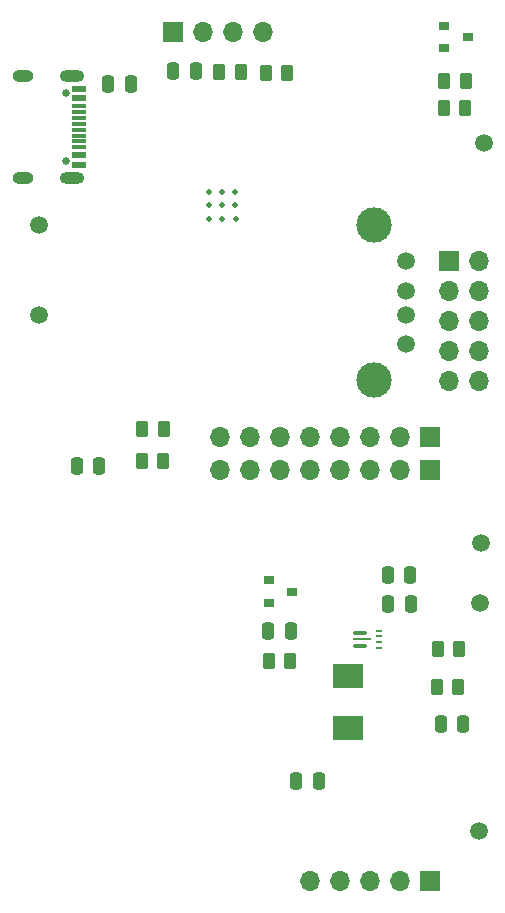
<source format=gbr>
%TF.GenerationSoftware,KiCad,Pcbnew,7.0.10*%
%TF.CreationDate,2025-01-07T15:59:30-07:00*%
%TF.ProjectId,HATA_ver_8.3.1,48415441-5f76-4657-925f-382e332e312e,8.3.1*%
%TF.SameCoordinates,Original*%
%TF.FileFunction,Soldermask,Top*%
%TF.FilePolarity,Negative*%
%FSLAX46Y46*%
G04 Gerber Fmt 4.6, Leading zero omitted, Abs format (unit mm)*
G04 Created by KiCad (PCBNEW 7.0.10) date 2025-01-07 15:59:30*
%MOMM*%
%LPD*%
G01*
G04 APERTURE LIST*
G04 Aperture macros list*
%AMRoundRect*
0 Rectangle with rounded corners*
0 $1 Rounding radius*
0 $2 $3 $4 $5 $6 $7 $8 $9 X,Y pos of 4 corners*
0 Add a 4 corners polygon primitive as box body*
4,1,4,$2,$3,$4,$5,$6,$7,$8,$9,$2,$3,0*
0 Add four circle primitives for the rounded corners*
1,1,$1+$1,$2,$3*
1,1,$1+$1,$4,$5*
1,1,$1+$1,$6,$7*
1,1,$1+$1,$8,$9*
0 Add four rect primitives between the rounded corners*
20,1,$1+$1,$2,$3,$4,$5,0*
20,1,$1+$1,$4,$5,$6,$7,0*
20,1,$1+$1,$6,$7,$8,$9,0*
20,1,$1+$1,$8,$9,$2,$3,0*%
G04 Aperture macros list end*
%ADD10RoundRect,0.250000X0.262500X0.450000X-0.262500X0.450000X-0.262500X-0.450000X0.262500X-0.450000X0*%
%ADD11C,1.500000*%
%ADD12R,0.900000X0.800000*%
%ADD13RoundRect,0.250000X-0.250000X-0.475000X0.250000X-0.475000X0.250000X0.475000X-0.250000X0.475000X0*%
%ADD14C,1.501140*%
%ADD15C,2.999740*%
%ADD16RoundRect,0.250000X-0.262500X-0.450000X0.262500X-0.450000X0.262500X0.450000X-0.262500X0.450000X0*%
%ADD17R,1.700000X1.700000*%
%ADD18O,1.700000X1.700000*%
%ADD19RoundRect,0.087500X-0.487500X-0.087500X0.487500X-0.087500X0.487500X0.087500X-0.487500X0.087500X0*%
%ADD20RoundRect,0.050000X-0.675000X-0.050000X0.675000X-0.050000X0.675000X0.050000X-0.675000X0.050000X0*%
%ADD21RoundRect,0.062500X-0.162500X-0.062500X0.162500X-0.062500X0.162500X0.062500X-0.162500X0.062500X0*%
%ADD22RoundRect,0.250000X0.250000X0.475000X-0.250000X0.475000X-0.250000X-0.475000X0.250000X-0.475000X0*%
%ADD23R,2.600000X2.150000*%
%ADD24C,0.650000*%
%ADD25O,1.800000X1.000000*%
%ADD26O,2.100000X1.000000*%
%ADD27R,1.150000X0.600000*%
%ADD28R,1.150000X0.300000*%
%ADD29C,0.508000*%
G04 APERTURE END LIST*
D10*
%TO.C,R1*%
X223352500Y-156700000D03*
X221527500Y-156700000D03*
%TD*%
D11*
%TO.C,TP3*%
X239430000Y-151780000D03*
%TD*%
D12*
%TO.C,D1*%
X221520000Y-151750000D03*
X223520000Y-150800000D03*
X221520000Y-149850000D03*
%TD*%
D13*
%TO.C,C4*%
X236090000Y-162000000D03*
X237990000Y-162000000D03*
%TD*%
%TO.C,C1*%
X207940000Y-107840000D03*
X209840000Y-107840000D03*
%TD*%
D10*
%TO.C,R7*%
X223092500Y-106910000D03*
X221267500Y-106910000D03*
%TD*%
D11*
%TO.C,TP5*%
X202040000Y-127380000D03*
%TD*%
D14*
%TO.C,P3*%
X233160000Y-122845000D03*
X233160000Y-125345000D03*
X233160000Y-127345000D03*
X233160000Y-129845000D03*
D15*
X230450000Y-119775000D03*
X230450000Y-132915000D03*
%TD*%
D16*
%TO.C,R4*%
X236337500Y-109830000D03*
X238162500Y-109830000D03*
%TD*%
D17*
%TO.C,P6*%
X235200000Y-137680000D03*
D18*
X232660000Y-137680000D03*
X230120000Y-137680000D03*
X227580000Y-137680000D03*
X225040000Y-137680000D03*
X222500000Y-137680000D03*
X219960000Y-137680000D03*
X217420000Y-137680000D03*
%TD*%
D11*
%TO.C,TP2*%
X239490000Y-146720000D03*
%TD*%
D10*
%TO.C,R10*%
X212592500Y-139740000D03*
X210767500Y-139740000D03*
%TD*%
D13*
%TO.C,C7*%
X231650000Y-151890000D03*
X233550000Y-151890000D03*
%TD*%
D11*
%TO.C,TP4*%
X239350000Y-171050000D03*
%TD*%
D17*
%TO.C,P7*%
X235200000Y-175320000D03*
D18*
X232660000Y-175320000D03*
X230120000Y-175320000D03*
X227580000Y-175320000D03*
X225040000Y-175320000D03*
%TD*%
D19*
%TO.C,U3*%
X229235000Y-154300000D03*
D20*
X229385000Y-154850000D03*
D19*
X229260000Y-155400000D03*
D21*
X230835000Y-155600000D03*
X230835000Y-155100000D03*
X230835000Y-154600000D03*
X230835000Y-154100000D03*
%TD*%
D10*
%TO.C,R21*%
X237672500Y-155640000D03*
X235847500Y-155640000D03*
%TD*%
D17*
%TO.C,P5*%
X235200000Y-140470000D03*
D18*
X232660000Y-140470000D03*
X230120000Y-140470000D03*
X227580000Y-140470000D03*
X225040000Y-140470000D03*
X222500000Y-140470000D03*
X219960000Y-140470000D03*
X217420000Y-140470000D03*
%TD*%
D22*
%TO.C,C5*%
X207190000Y-140130000D03*
X205290000Y-140130000D03*
%TD*%
D13*
%TO.C,C6*%
X231600000Y-149390000D03*
X233500000Y-149390000D03*
%TD*%
D12*
%TO.C,D2*%
X236360000Y-104800000D03*
X238360000Y-103850000D03*
X236360000Y-102900000D03*
%TD*%
D17*
%TO.C,J10*%
X236790000Y-122800000D03*
D18*
X239330000Y-122800000D03*
X236790000Y-125340000D03*
X239330000Y-125340000D03*
X236790000Y-127880000D03*
X239330000Y-127880000D03*
X236790000Y-130420000D03*
X239330000Y-130420000D03*
X236790000Y-132960000D03*
X239330000Y-132960000D03*
%TD*%
D17*
%TO.C,P2*%
X213390000Y-103390000D03*
D18*
X215930000Y-103390000D03*
X218470000Y-103390000D03*
X221010000Y-103390000D03*
%TD*%
D16*
%TO.C,R22*%
X235767500Y-158900000D03*
X237592500Y-158900000D03*
%TD*%
D11*
%TO.C,TP1*%
X202040000Y-119730000D03*
%TD*%
%TO.C,TP6*%
X239770000Y-112850000D03*
%TD*%
D22*
%TO.C,C8*%
X215340000Y-106720000D03*
X213440000Y-106720000D03*
%TD*%
D23*
%TO.C,L1*%
X228260000Y-162320000D03*
X228260000Y-157960000D03*
%TD*%
D10*
%TO.C,R14*%
X212642500Y-137050000D03*
X210817500Y-137050000D03*
%TD*%
D16*
%TO.C,R3*%
X236367500Y-107540000D03*
X238192500Y-107540000D03*
%TD*%
D24*
%TO.C,P1*%
X204372500Y-108550000D03*
X204372500Y-114330000D03*
D25*
X200692500Y-115760000D03*
X200692500Y-107120000D03*
D26*
X204872500Y-115760000D03*
X204872500Y-107120000D03*
D27*
X205447500Y-108240000D03*
X205447500Y-109040000D03*
D28*
X205447500Y-110190000D03*
X205447500Y-111190000D03*
X205447500Y-111690000D03*
X205447500Y-112690000D03*
D27*
X205447500Y-114640000D03*
X205447500Y-113840000D03*
D28*
X205447500Y-113190000D03*
X205447500Y-112190000D03*
X205447500Y-110690000D03*
X205447500Y-109690000D03*
%TD*%
D22*
%TO.C,C2*%
X225760000Y-166830000D03*
X223860000Y-166830000D03*
%TD*%
%TO.C,C3*%
X223390000Y-154130000D03*
X221490000Y-154130000D03*
%TD*%
D16*
%TO.C,R8*%
X217337500Y-106850000D03*
X219162500Y-106850000D03*
%TD*%
D29*
%TO.C,U4*%
X217610000Y-119250000D03*
X216435000Y-118100000D03*
X217610000Y-117000000D03*
X217585000Y-118100000D03*
X216485000Y-117000000D03*
X218735000Y-119225000D03*
X216510000Y-119225000D03*
X218685000Y-118100000D03*
X218710000Y-117000000D03*
%TD*%
M02*

</source>
